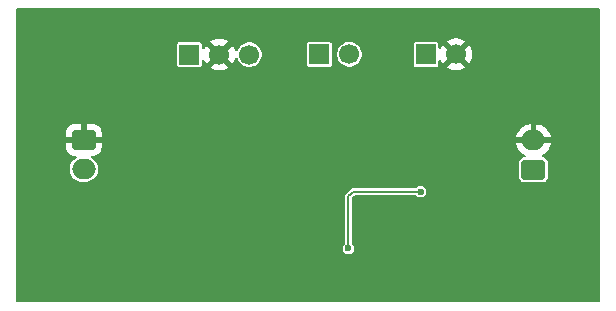
<source format=gbr>
%TF.GenerationSoftware,KiCad,Pcbnew,9.0.4*%
%TF.CreationDate,2025-11-06T21:51:05+01:00*%
%TF.ProjectId,pwr_latcher,7077725f-6c61-4746-9368-65722e6b6963,rev?*%
%TF.SameCoordinates,Original*%
%TF.FileFunction,Copper,L2,Bot*%
%TF.FilePolarity,Positive*%
%FSLAX46Y46*%
G04 Gerber Fmt 4.6, Leading zero omitted, Abs format (unit mm)*
G04 Created by KiCad (PCBNEW 9.0.4) date 2025-11-06 21:51:05*
%MOMM*%
%LPD*%
G01*
G04 APERTURE LIST*
G04 Aperture macros list*
%AMRoundRect*
0 Rectangle with rounded corners*
0 $1 Rounding radius*
0 $2 $3 $4 $5 $6 $7 $8 $9 X,Y pos of 4 corners*
0 Add a 4 corners polygon primitive as box body*
4,1,4,$2,$3,$4,$5,$6,$7,$8,$9,$2,$3,0*
0 Add four circle primitives for the rounded corners*
1,1,$1+$1,$2,$3*
1,1,$1+$1,$4,$5*
1,1,$1+$1,$6,$7*
1,1,$1+$1,$8,$9*
0 Add four rect primitives between the rounded corners*
20,1,$1+$1,$2,$3,$4,$5,0*
20,1,$1+$1,$4,$5,$6,$7,0*
20,1,$1+$1,$6,$7,$8,$9,0*
20,1,$1+$1,$8,$9,$2,$3,0*%
G04 Aperture macros list end*
%TA.AperFunction,ComponentPad*%
%ADD10R,1.700000X1.700000*%
%TD*%
%TA.AperFunction,ComponentPad*%
%ADD11C,1.700000*%
%TD*%
%TA.AperFunction,ComponentPad*%
%ADD12C,7.000000*%
%TD*%
%TA.AperFunction,ComponentPad*%
%ADD13RoundRect,0.250000X-0.750000X0.600000X-0.750000X-0.600000X0.750000X-0.600000X0.750000X0.600000X0*%
%TD*%
%TA.AperFunction,ComponentPad*%
%ADD14O,2.000000X1.700000*%
%TD*%
%TA.AperFunction,ComponentPad*%
%ADD15RoundRect,0.250000X0.750000X-0.600000X0.750000X0.600000X-0.750000X0.600000X-0.750000X-0.600000X0*%
%TD*%
%TA.AperFunction,ViaPad*%
%ADD16C,0.600000*%
%TD*%
%TA.AperFunction,Conductor*%
%ADD17C,0.200000*%
%TD*%
G04 APERTURE END LIST*
D10*
%TO.P,J3,1,Pin_1*%
%TO.N,Net-(J3-Pin_1)*%
X162440000Y-77780000D03*
D11*
%TO.P,J3,2,Pin_2*%
%TO.N,+5V*%
X164980000Y-77780000D03*
%TD*%
D12*
%TO.P,H1,1,1*%
%TO.N,GND*%
X140400000Y-77500000D03*
%TD*%
D13*
%TO.P,J4,1,Pin_1*%
%TO.N,GND*%
X142490000Y-85020000D03*
D14*
%TO.P,J4,2,Pin_2*%
%TO.N,+5V*%
X142490000Y-87520000D03*
%TD*%
D12*
%TO.P,H3,1,1*%
%TO.N,GND*%
X182600000Y-77500000D03*
%TD*%
%TO.P,H2,1,1*%
%TO.N,GND*%
X140400000Y-95100000D03*
%TD*%
D15*
%TO.P,J2,1,Pin_1*%
%TO.N,Net-(J2-Pin_1)*%
X180560000Y-87550000D03*
D14*
%TO.P,J2,2,Pin_2*%
%TO.N,GND*%
X180560000Y-85050000D03*
%TD*%
D10*
%TO.P,J1,1,Pin_1*%
%TO.N,STATUS*%
X151429200Y-77800000D03*
D11*
%TO.P,J1,2,Pin_2*%
%TO.N,GND*%
X153969200Y-77800000D03*
%TO.P,J1,3,Pin_3*%
%TO.N,Net-(D1-A)*%
X156509200Y-77800000D03*
%TD*%
D12*
%TO.P,H4,1,1*%
%TO.N,GND*%
X182600000Y-95100000D03*
%TD*%
D10*
%TO.P,J5,1,Pin_1*%
%TO.N,Net-(J5-Pin_1)*%
X171465000Y-77780000D03*
D11*
%TO.P,J5,2,Pin_2*%
%TO.N,GND*%
X174005000Y-77780000D03*
%TD*%
D16*
%TO.N,Net-(Q1-D)*%
X164900000Y-94200000D03*
X171000000Y-89400000D03*
%TD*%
D17*
%TO.N,Net-(Q1-D)*%
X164900000Y-94200000D02*
X164900000Y-89800000D01*
X164900000Y-89800000D02*
X165100000Y-89600000D01*
X165300000Y-89400000D02*
X171000000Y-89400000D01*
X165100000Y-89600000D02*
X165300000Y-89400000D01*
%TD*%
%TA.AperFunction,Conductor*%
%TO.N,GND*%
G36*
X186179339Y-73907385D02*
G01*
X186225094Y-73960189D01*
X186236300Y-74011700D01*
X186236300Y-98662700D01*
X186216615Y-98729739D01*
X186163811Y-98775494D01*
X186112300Y-98786700D01*
X136861300Y-98786700D01*
X136794261Y-98767015D01*
X136748506Y-98714211D01*
X136737300Y-98662700D01*
X136737300Y-94134108D01*
X164399500Y-94134108D01*
X164399500Y-94265891D01*
X164433608Y-94393187D01*
X164466554Y-94450250D01*
X164499500Y-94507314D01*
X164592686Y-94600500D01*
X164706814Y-94666392D01*
X164834108Y-94700500D01*
X164834110Y-94700500D01*
X164965890Y-94700500D01*
X164965892Y-94700500D01*
X165093186Y-94666392D01*
X165207314Y-94600500D01*
X165300500Y-94507314D01*
X165366392Y-94393186D01*
X165400500Y-94265892D01*
X165400500Y-94134108D01*
X165366392Y-94006814D01*
X165300500Y-93892686D01*
X165236818Y-93829004D01*
X165203334Y-93767680D01*
X165200500Y-93741323D01*
X165200500Y-89975833D01*
X165209144Y-89946392D01*
X165215668Y-89916406D01*
X165219422Y-89911390D01*
X165220185Y-89908794D01*
X165236819Y-89888152D01*
X165388152Y-89736819D01*
X165449475Y-89703334D01*
X165475833Y-89700500D01*
X170541324Y-89700500D01*
X170608363Y-89720185D01*
X170629005Y-89736819D01*
X170692686Y-89800500D01*
X170806814Y-89866392D01*
X170934108Y-89900500D01*
X170934110Y-89900500D01*
X171065890Y-89900500D01*
X171065892Y-89900500D01*
X171193186Y-89866392D01*
X171307314Y-89800500D01*
X171400500Y-89707314D01*
X171466392Y-89593186D01*
X171500500Y-89465892D01*
X171500500Y-89334108D01*
X171466392Y-89206814D01*
X171400500Y-89092686D01*
X171307314Y-88999500D01*
X171250250Y-88966554D01*
X171193187Y-88933608D01*
X171129539Y-88916554D01*
X171065892Y-88899500D01*
X170934108Y-88899500D01*
X170806812Y-88933608D01*
X170692686Y-88999500D01*
X170692683Y-88999502D01*
X170629005Y-89063181D01*
X170567682Y-89096666D01*
X170541324Y-89099500D01*
X165260438Y-89099500D01*
X165184010Y-89119978D01*
X165115489Y-89159540D01*
X165115486Y-89159542D01*
X164659541Y-89615487D01*
X164659535Y-89615495D01*
X164619982Y-89684004D01*
X164619979Y-89684009D01*
X164599500Y-89760439D01*
X164599500Y-93741323D01*
X164579815Y-93808362D01*
X164563182Y-93829004D01*
X164499500Y-93892686D01*
X164433608Y-94006812D01*
X164399500Y-94134108D01*
X136737300Y-94134108D01*
X136737300Y-84370013D01*
X140990000Y-84370013D01*
X140990000Y-84770000D01*
X142056988Y-84770000D01*
X142024075Y-84827007D01*
X141990000Y-84954174D01*
X141990000Y-85085826D01*
X142024075Y-85212993D01*
X142056988Y-85270000D01*
X140990001Y-85270000D01*
X140990001Y-85669986D01*
X141000494Y-85772697D01*
X141055641Y-85939119D01*
X141055643Y-85939124D01*
X141147684Y-86088345D01*
X141271654Y-86212315D01*
X141420875Y-86304356D01*
X141420880Y-86304358D01*
X141587302Y-86359505D01*
X141587309Y-86359506D01*
X141690019Y-86369999D01*
X141761471Y-86369999D01*
X141828511Y-86389683D01*
X141874267Y-86442486D01*
X141884211Y-86511644D01*
X141855187Y-86575200D01*
X141830364Y-86597101D01*
X141670345Y-86704022D01*
X141670341Y-86704025D01*
X141524024Y-86850342D01*
X141409058Y-87022403D01*
X141329870Y-87213579D01*
X141329868Y-87213587D01*
X141289500Y-87416530D01*
X141289500Y-87623469D01*
X141329868Y-87826412D01*
X141329870Y-87826420D01*
X141409058Y-88017596D01*
X141524024Y-88189657D01*
X141670342Y-88335975D01*
X141670345Y-88335977D01*
X141842402Y-88450941D01*
X142033580Y-88530130D01*
X142236530Y-88570499D01*
X142236534Y-88570500D01*
X142236535Y-88570500D01*
X142743466Y-88570500D01*
X142743467Y-88570499D01*
X142946420Y-88530130D01*
X143137598Y-88450941D01*
X143309655Y-88335977D01*
X143455977Y-88189655D01*
X143570941Y-88017598D01*
X143650130Y-87826420D01*
X143690500Y-87623465D01*
X143690500Y-87416535D01*
X143650130Y-87213580D01*
X143570941Y-87022402D01*
X143455977Y-86850345D01*
X143455975Y-86850342D01*
X143309657Y-86704024D01*
X143264618Y-86673930D01*
X143149632Y-86597100D01*
X143104829Y-86543490D01*
X143096121Y-86474165D01*
X143126275Y-86411137D01*
X143185718Y-86374417D01*
X143218524Y-86369999D01*
X143289971Y-86369999D01*
X143289987Y-86369998D01*
X143392697Y-86359505D01*
X143559119Y-86304358D01*
X143559124Y-86304356D01*
X143708345Y-86212315D01*
X143832315Y-86088345D01*
X143924356Y-85939124D01*
X143924358Y-85939119D01*
X143979505Y-85772697D01*
X143979506Y-85772690D01*
X143989999Y-85669986D01*
X143990000Y-85669973D01*
X143990000Y-85270000D01*
X142923012Y-85270000D01*
X142955925Y-85212993D01*
X142990000Y-85085826D01*
X142990000Y-84954174D01*
X142955925Y-84827007D01*
X142940333Y-84800000D01*
X179082769Y-84800000D01*
X180126988Y-84800000D01*
X180094075Y-84857007D01*
X180060000Y-84984174D01*
X180060000Y-85115826D01*
X180094075Y-85242993D01*
X180126988Y-85300000D01*
X179082769Y-85300000D01*
X179093242Y-85366126D01*
X179093242Y-85366129D01*
X179158904Y-85568217D01*
X179255379Y-85757557D01*
X179380272Y-85929459D01*
X179380276Y-85929464D01*
X179530535Y-86079723D01*
X179530540Y-86079727D01*
X179702442Y-86204620D01*
X179820971Y-86265015D01*
X179871767Y-86312990D01*
X179888562Y-86380811D01*
X179866024Y-86446946D01*
X179811309Y-86490397D01*
X179764676Y-86499500D01*
X179755730Y-86499500D01*
X179725300Y-86502353D01*
X179725298Y-86502353D01*
X179597119Y-86547206D01*
X179597117Y-86547207D01*
X179487850Y-86627850D01*
X179407207Y-86737117D01*
X179407206Y-86737119D01*
X179362353Y-86865298D01*
X179362353Y-86865300D01*
X179359500Y-86895730D01*
X179359500Y-88204269D01*
X179362353Y-88234699D01*
X179362353Y-88234701D01*
X179407206Y-88362880D01*
X179407207Y-88362882D01*
X179487850Y-88472150D01*
X179597118Y-88552793D01*
X179639845Y-88567744D01*
X179725299Y-88597646D01*
X179755730Y-88600500D01*
X179755734Y-88600500D01*
X181364270Y-88600500D01*
X181394699Y-88597646D01*
X181394701Y-88597646D01*
X181472281Y-88570499D01*
X181522882Y-88552793D01*
X181632150Y-88472150D01*
X181712793Y-88362882D01*
X181735219Y-88298790D01*
X181757646Y-88234701D01*
X181757646Y-88234699D01*
X181760500Y-88204269D01*
X181760500Y-86895730D01*
X181757646Y-86865300D01*
X181757646Y-86865298D01*
X181712793Y-86737119D01*
X181712792Y-86737117D01*
X181688369Y-86704025D01*
X181632150Y-86627850D01*
X181522882Y-86547207D01*
X181522880Y-86547206D01*
X181394700Y-86502353D01*
X181364270Y-86499500D01*
X181364266Y-86499500D01*
X181355324Y-86499500D01*
X181288285Y-86479815D01*
X181242530Y-86427011D01*
X181232586Y-86357853D01*
X181261611Y-86294297D01*
X181299029Y-86265015D01*
X181417557Y-86204620D01*
X181589459Y-86079727D01*
X181589464Y-86079723D01*
X181739723Y-85929464D01*
X181739727Y-85929459D01*
X181864620Y-85757557D01*
X181961095Y-85568217D01*
X182026757Y-85366129D01*
X182026757Y-85366126D01*
X182037231Y-85300000D01*
X180993012Y-85300000D01*
X181025925Y-85242993D01*
X181060000Y-85115826D01*
X181060000Y-84984174D01*
X181025925Y-84857007D01*
X180993012Y-84800000D01*
X182037231Y-84800000D01*
X182026757Y-84733873D01*
X182026757Y-84733870D01*
X181961095Y-84531782D01*
X181864620Y-84342442D01*
X181739727Y-84170540D01*
X181739723Y-84170535D01*
X181589464Y-84020276D01*
X181589459Y-84020272D01*
X181417557Y-83895379D01*
X181228217Y-83798904D01*
X181026129Y-83733242D01*
X180816246Y-83700000D01*
X180810000Y-83700000D01*
X180810000Y-84616988D01*
X180752993Y-84584075D01*
X180625826Y-84550000D01*
X180494174Y-84550000D01*
X180367007Y-84584075D01*
X180310000Y-84616988D01*
X180310000Y-83700000D01*
X180303754Y-83700000D01*
X180093872Y-83733242D01*
X180093869Y-83733242D01*
X179891782Y-83798904D01*
X179702442Y-83895379D01*
X179530540Y-84020272D01*
X179530535Y-84020276D01*
X179380276Y-84170535D01*
X179380272Y-84170540D01*
X179255379Y-84342442D01*
X179158904Y-84531782D01*
X179093242Y-84733870D01*
X179093242Y-84733873D01*
X179082769Y-84800000D01*
X142940333Y-84800000D01*
X142923012Y-84770000D01*
X143989999Y-84770000D01*
X143989999Y-84370028D01*
X143989998Y-84370013D01*
X143979505Y-84267302D01*
X143924358Y-84100880D01*
X143924356Y-84100875D01*
X143832315Y-83951654D01*
X143708345Y-83827684D01*
X143559124Y-83735643D01*
X143559119Y-83735641D01*
X143392697Y-83680494D01*
X143392690Y-83680493D01*
X143289986Y-83670000D01*
X142740000Y-83670000D01*
X142740000Y-84586988D01*
X142682993Y-84554075D01*
X142555826Y-84520000D01*
X142424174Y-84520000D01*
X142297007Y-84554075D01*
X142240000Y-84586988D01*
X142240000Y-83670000D01*
X141690028Y-83670000D01*
X141690012Y-83670001D01*
X141587302Y-83680494D01*
X141420880Y-83735641D01*
X141420875Y-83735643D01*
X141271654Y-83827684D01*
X141147684Y-83951654D01*
X141055643Y-84100875D01*
X141055641Y-84100880D01*
X141000494Y-84267302D01*
X141000493Y-84267309D01*
X140990000Y-84370013D01*
X136737300Y-84370013D01*
X136737300Y-76930247D01*
X150378700Y-76930247D01*
X150378700Y-78669752D01*
X150390331Y-78728229D01*
X150390332Y-78728230D01*
X150434647Y-78794552D01*
X150500969Y-78838867D01*
X150500970Y-78838868D01*
X150559447Y-78850499D01*
X150559450Y-78850500D01*
X150559452Y-78850500D01*
X152298950Y-78850500D01*
X152298951Y-78850499D01*
X152313768Y-78847552D01*
X152357429Y-78838868D01*
X152357429Y-78838867D01*
X152357431Y-78838867D01*
X152423752Y-78794552D01*
X152468067Y-78728231D01*
X152468067Y-78728229D01*
X152468068Y-78728229D01*
X152479699Y-78669752D01*
X152479700Y-78669750D01*
X152479700Y-78366048D01*
X152499385Y-78299009D01*
X152552189Y-78253254D01*
X152621347Y-78243310D01*
X152684903Y-78272335D01*
X152715138Y-78314264D01*
X152715894Y-78313879D01*
X152814575Y-78507550D01*
X152853928Y-78561716D01*
X153486237Y-77929408D01*
X153503275Y-77992993D01*
X153569101Y-78107007D01*
X153662193Y-78200099D01*
X153776207Y-78265925D01*
X153839790Y-78282962D01*
X153207482Y-78915269D01*
X153207482Y-78915270D01*
X153261649Y-78954624D01*
X153450982Y-79051095D01*
X153653070Y-79116757D01*
X153862954Y-79150000D01*
X154075446Y-79150000D01*
X154285327Y-79116757D01*
X154285330Y-79116757D01*
X154487417Y-79051095D01*
X154676754Y-78954622D01*
X154730916Y-78915270D01*
X154730917Y-78915270D01*
X154098608Y-78282962D01*
X154162193Y-78265925D01*
X154276207Y-78200099D01*
X154369299Y-78107007D01*
X154435125Y-77992993D01*
X154452162Y-77929408D01*
X155084470Y-78561717D01*
X155084470Y-78561716D01*
X155123822Y-78507554D01*
X155220295Y-78318217D01*
X155277543Y-78142026D01*
X155316980Y-78084351D01*
X155381339Y-78057152D01*
X155450185Y-78069066D01*
X155501661Y-78116310D01*
X155510033Y-78132887D01*
X155513819Y-78142026D01*
X155578258Y-78297596D01*
X155693224Y-78469657D01*
X155839542Y-78615975D01*
X155839545Y-78615977D01*
X156011602Y-78730941D01*
X156202780Y-78810130D01*
X156347252Y-78838867D01*
X156405730Y-78850499D01*
X156405734Y-78850500D01*
X156405735Y-78850500D01*
X156612666Y-78850500D01*
X156612667Y-78850499D01*
X156815620Y-78810130D01*
X157006798Y-78730941D01*
X157178855Y-78615977D01*
X157325177Y-78469655D01*
X157440141Y-78297598D01*
X157519330Y-78106420D01*
X157559700Y-77903465D01*
X157559700Y-77696535D01*
X157519330Y-77493580D01*
X157440141Y-77302402D01*
X157325177Y-77130345D01*
X157325175Y-77130342D01*
X157178857Y-76984024D01*
X157068448Y-76910252D01*
X157068441Y-76910247D01*
X161389500Y-76910247D01*
X161389500Y-78649752D01*
X161401131Y-78708229D01*
X161401132Y-78708230D01*
X161445447Y-78774552D01*
X161511769Y-78818867D01*
X161511770Y-78818868D01*
X161570247Y-78830499D01*
X161570250Y-78830500D01*
X161570252Y-78830500D01*
X163309750Y-78830500D01*
X163309751Y-78830499D01*
X163324568Y-78827552D01*
X163368229Y-78818868D01*
X163368229Y-78818867D01*
X163368231Y-78818867D01*
X163434552Y-78774552D01*
X163478867Y-78708231D01*
X163478867Y-78708229D01*
X163478868Y-78708229D01*
X163490499Y-78649752D01*
X163490500Y-78649750D01*
X163490500Y-77676530D01*
X163929500Y-77676530D01*
X163929500Y-77883469D01*
X163969868Y-78086412D01*
X163969870Y-78086420D01*
X164035939Y-78245925D01*
X164049059Y-78277598D01*
X164073301Y-78313879D01*
X164164024Y-78449657D01*
X164310342Y-78595975D01*
X164310345Y-78595977D01*
X164482402Y-78710941D01*
X164673580Y-78790130D01*
X164818052Y-78818867D01*
X164876530Y-78830499D01*
X164876534Y-78830500D01*
X164876535Y-78830500D01*
X165083466Y-78830500D01*
X165083467Y-78830499D01*
X165286420Y-78790130D01*
X165477598Y-78710941D01*
X165649655Y-78595977D01*
X165795977Y-78449655D01*
X165910941Y-78277598D01*
X165990130Y-78086420D01*
X166030500Y-77883465D01*
X166030500Y-77676535D01*
X165990130Y-77473580D01*
X165910941Y-77282402D01*
X165795977Y-77110345D01*
X165795975Y-77110342D01*
X165649657Y-76964024D01*
X165569173Y-76910247D01*
X170414500Y-76910247D01*
X170414500Y-78649752D01*
X170426131Y-78708229D01*
X170426132Y-78708230D01*
X170470447Y-78774552D01*
X170536769Y-78818867D01*
X170536770Y-78818868D01*
X170595247Y-78830499D01*
X170595250Y-78830500D01*
X170595252Y-78830500D01*
X172334750Y-78830500D01*
X172334751Y-78830499D01*
X172349568Y-78827552D01*
X172393229Y-78818868D01*
X172393229Y-78818867D01*
X172393231Y-78818867D01*
X172459552Y-78774552D01*
X172503867Y-78708231D01*
X172503867Y-78708229D01*
X172503868Y-78708229D01*
X172515499Y-78649752D01*
X172515500Y-78649750D01*
X172515500Y-78346048D01*
X172535185Y-78279009D01*
X172587989Y-78233254D01*
X172657147Y-78223310D01*
X172720703Y-78252335D01*
X172750938Y-78294264D01*
X172751694Y-78293879D01*
X172850375Y-78487550D01*
X172889728Y-78541716D01*
X173522037Y-77909408D01*
X173539075Y-77972993D01*
X173604901Y-78087007D01*
X173697993Y-78180099D01*
X173812007Y-78245925D01*
X173875590Y-78262962D01*
X173243282Y-78895269D01*
X173243282Y-78895270D01*
X173297449Y-78934624D01*
X173486782Y-79031095D01*
X173688870Y-79096757D01*
X173898754Y-79130000D01*
X174111246Y-79130000D01*
X174321127Y-79096757D01*
X174321130Y-79096757D01*
X174523217Y-79031095D01*
X174712554Y-78934622D01*
X174766716Y-78895270D01*
X174766717Y-78895270D01*
X174134408Y-78262962D01*
X174197993Y-78245925D01*
X174312007Y-78180099D01*
X174405099Y-78087007D01*
X174470925Y-77972993D01*
X174487962Y-77909408D01*
X175120270Y-78541717D01*
X175120270Y-78541716D01*
X175159622Y-78487554D01*
X175256095Y-78298217D01*
X175321757Y-78096130D01*
X175321757Y-78096127D01*
X175355000Y-77886246D01*
X175355000Y-77673753D01*
X175321757Y-77463872D01*
X175321757Y-77463869D01*
X175256095Y-77261782D01*
X175159624Y-77072449D01*
X175120270Y-77018282D01*
X175120269Y-77018282D01*
X174487962Y-77650590D01*
X174470925Y-77587007D01*
X174405099Y-77472993D01*
X174312007Y-77379901D01*
X174197993Y-77314075D01*
X174134409Y-77297037D01*
X174766716Y-76664728D01*
X174712550Y-76625375D01*
X174523217Y-76528904D01*
X174321129Y-76463242D01*
X174111246Y-76430000D01*
X173898754Y-76430000D01*
X173688872Y-76463242D01*
X173688869Y-76463242D01*
X173486782Y-76528904D01*
X173297439Y-76625380D01*
X173243282Y-76664727D01*
X173243282Y-76664728D01*
X173875591Y-77297037D01*
X173812007Y-77314075D01*
X173697993Y-77379901D01*
X173604901Y-77472993D01*
X173539075Y-77587007D01*
X173522037Y-77650591D01*
X172889728Y-77018282D01*
X172889727Y-77018282D01*
X172850380Y-77072439D01*
X172751694Y-77266121D01*
X172750678Y-77265603D01*
X172710212Y-77315813D01*
X172643916Y-77337872D01*
X172576218Y-77320588D01*
X172528612Y-77269447D01*
X172515500Y-77213951D01*
X172515500Y-76910249D01*
X172515499Y-76910247D01*
X172503868Y-76851770D01*
X172503867Y-76851769D01*
X172459552Y-76785447D01*
X172393230Y-76741132D01*
X172393229Y-76741131D01*
X172334752Y-76729500D01*
X172334748Y-76729500D01*
X170595252Y-76729500D01*
X170595247Y-76729500D01*
X170536770Y-76741131D01*
X170536769Y-76741132D01*
X170470447Y-76785447D01*
X170426132Y-76851769D01*
X170426131Y-76851770D01*
X170414500Y-76910247D01*
X165569173Y-76910247D01*
X165563626Y-76906541D01*
X165477598Y-76849059D01*
X165372312Y-76805448D01*
X165286420Y-76769870D01*
X165286412Y-76769868D01*
X165083469Y-76729500D01*
X165083465Y-76729500D01*
X164876535Y-76729500D01*
X164876530Y-76729500D01*
X164673587Y-76769868D01*
X164673579Y-76769870D01*
X164482403Y-76849058D01*
X164310342Y-76964024D01*
X164164024Y-77110342D01*
X164049058Y-77282403D01*
X163969870Y-77473579D01*
X163969868Y-77473587D01*
X163929500Y-77676530D01*
X163490500Y-77676530D01*
X163490500Y-76910249D01*
X163490499Y-76910247D01*
X163478868Y-76851770D01*
X163478867Y-76851769D01*
X163434552Y-76785447D01*
X163368230Y-76741132D01*
X163368229Y-76741131D01*
X163309752Y-76729500D01*
X163309748Y-76729500D01*
X161570252Y-76729500D01*
X161570247Y-76729500D01*
X161511770Y-76741131D01*
X161511769Y-76741132D01*
X161445447Y-76785447D01*
X161401132Y-76851769D01*
X161401131Y-76851770D01*
X161389500Y-76910247D01*
X157068441Y-76910247D01*
X157006798Y-76869059D01*
X156815620Y-76789870D01*
X156815612Y-76789868D01*
X156612669Y-76749500D01*
X156612665Y-76749500D01*
X156405735Y-76749500D01*
X156405730Y-76749500D01*
X156202787Y-76789868D01*
X156202779Y-76789870D01*
X156011603Y-76869058D01*
X155839542Y-76984024D01*
X155693224Y-77130342D01*
X155578257Y-77302403D01*
X155510035Y-77467108D01*
X155466194Y-77521511D01*
X155399900Y-77543576D01*
X155332200Y-77526297D01*
X155284590Y-77475159D01*
X155277543Y-77457973D01*
X155220295Y-77281782D01*
X155123824Y-77092449D01*
X155084470Y-77038282D01*
X155084469Y-77038282D01*
X154452162Y-77670590D01*
X154435125Y-77607007D01*
X154369299Y-77492993D01*
X154276207Y-77399901D01*
X154162193Y-77334075D01*
X154098609Y-77317037D01*
X154730916Y-76684728D01*
X154676750Y-76645375D01*
X154487417Y-76548904D01*
X154285329Y-76483242D01*
X154075446Y-76450000D01*
X153862954Y-76450000D01*
X153653072Y-76483242D01*
X153653069Y-76483242D01*
X153450982Y-76548904D01*
X153261639Y-76645380D01*
X153207482Y-76684727D01*
X153207482Y-76684728D01*
X153839791Y-77317037D01*
X153776207Y-77334075D01*
X153662193Y-77399901D01*
X153569101Y-77492993D01*
X153503275Y-77607007D01*
X153486237Y-77670591D01*
X152853928Y-77038282D01*
X152853927Y-77038282D01*
X152814580Y-77092439D01*
X152715894Y-77286121D01*
X152714878Y-77285603D01*
X152674412Y-77335813D01*
X152608116Y-77357872D01*
X152540418Y-77340588D01*
X152492812Y-77289447D01*
X152479700Y-77233951D01*
X152479700Y-76930249D01*
X152479699Y-76930247D01*
X152468068Y-76871770D01*
X152468067Y-76871769D01*
X152423752Y-76805447D01*
X152357430Y-76761132D01*
X152357429Y-76761131D01*
X152298952Y-76749500D01*
X152298948Y-76749500D01*
X150559452Y-76749500D01*
X150559447Y-76749500D01*
X150500970Y-76761131D01*
X150500969Y-76761132D01*
X150434647Y-76805447D01*
X150390332Y-76871769D01*
X150390331Y-76871770D01*
X150378700Y-76930247D01*
X136737300Y-76930247D01*
X136737300Y-74011700D01*
X136756985Y-73944661D01*
X136809789Y-73898906D01*
X136861300Y-73887700D01*
X186112300Y-73887700D01*
X186179339Y-73907385D01*
G37*
%TD.AperFunction*%
%TD*%
M02*

</source>
